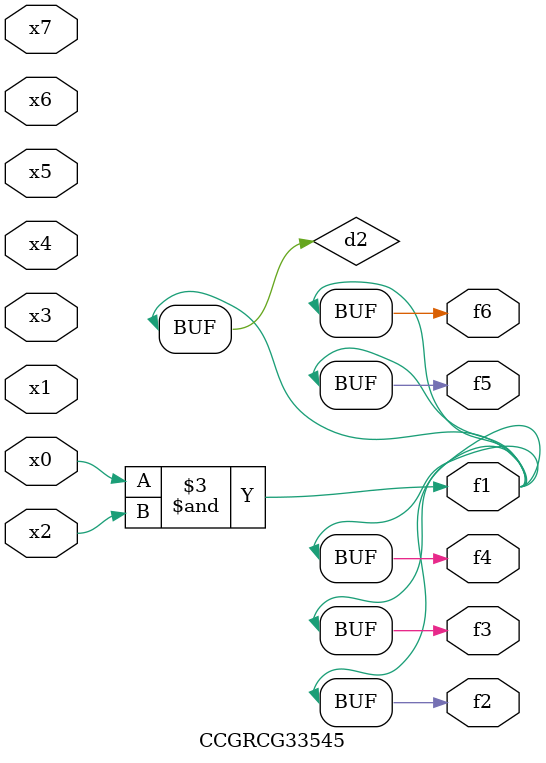
<source format=v>
module CCGRCG33545(
	input x0, x1, x2, x3, x4, x5, x6, x7,
	output f1, f2, f3, f4, f5, f6
);

	wire d1, d2;

	nor (d1, x3, x6);
	and (d2, x0, x2);
	assign f1 = d2;
	assign f2 = d2;
	assign f3 = d2;
	assign f4 = d2;
	assign f5 = d2;
	assign f6 = d2;
endmodule

</source>
